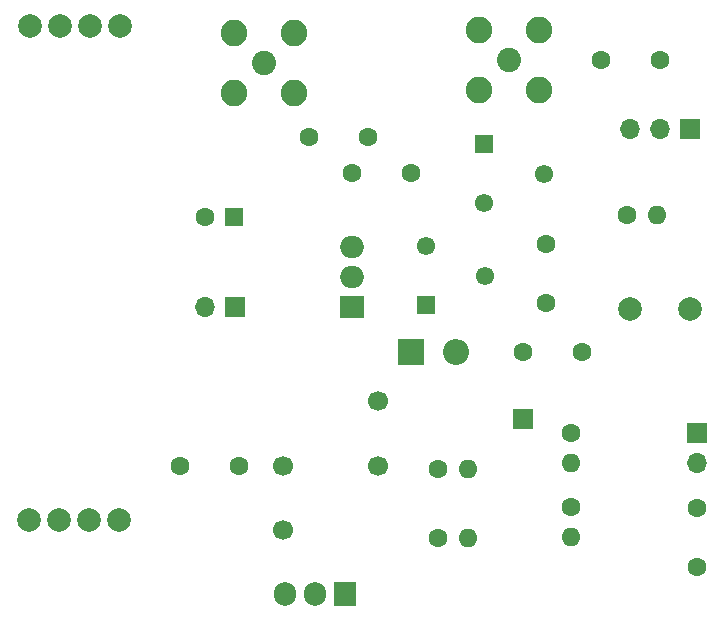
<source format=gbr>
%TF.GenerationSoftware,KiCad,Pcbnew,5.99.0+really5.1.10+dfsg1-1*%
%TF.CreationDate,2021-10-04T18:21:49+05:30*%
%TF.ProjectId,HF-PA-v3,48462d50-412d-4763-932e-6b696361645f,rev?*%
%TF.SameCoordinates,Original*%
%TF.FileFunction,Soldermask,Top*%
%TF.FilePolarity,Negative*%
%FSLAX46Y46*%
G04 Gerber Fmt 4.6, Leading zero omitted, Abs format (unit mm)*
G04 Created by KiCad (PCBNEW 5.99.0+really5.1.10+dfsg1-1) date 2021-10-04 18:21:49*
%MOMM*%
%LPD*%
G01*
G04 APERTURE LIST*
%ADD10C,1.600000*%
%ADD11R,1.600000X1.600000*%
%ADD12R,1.700000X1.700000*%
%ADD13C,1.550000*%
%ADD14R,1.550000X1.550000*%
%ADD15O,2.200000X2.200000*%
%ADD16R,2.200000X2.200000*%
%ADD17C,2.000000*%
%ADD18C,1.700000*%
%ADD19O,1.700000X1.700000*%
%ADD20O,2.000000X1.905000*%
%ADD21R,2.000000X1.905000*%
%ADD22O,1.600000X1.600000*%
%ADD23C,2.250000*%
%ADD24C,2.050000*%
%ADD25O,1.905000X2.000000*%
%ADD26R,1.905000X2.000000*%
G04 APERTURE END LIST*
D10*
%TO.C,C6*%
X103298000Y-74422000D03*
X98298000Y-74422000D03*
%TD*%
%TO.C,C5*%
X89460000Y-81220000D03*
D11*
X91960000Y-81220000D03*
%TD*%
D12*
%TO.C,TP1*%
X116360000Y-98310000D03*
%TD*%
D13*
%TO.C,RV1*%
X113130000Y-80070000D03*
D14*
X113130000Y-75070000D03*
D13*
X118130000Y-77570000D03*
%TD*%
D15*
%TO.C,D1*%
X110710000Y-92660000D03*
D16*
X106900000Y-92660000D03*
%TD*%
D13*
%TO.C,RV2*%
X113210000Y-86210000D03*
D14*
X108210000Y-88710000D03*
D13*
X108210000Y-83710000D03*
%TD*%
D17*
%TO.C,L1*%
X125460000Y-89020000D03*
X130540000Y-89020000D03*
%TD*%
D18*
%TO.C,L2*%
X104100000Y-102310000D03*
X96100000Y-102310000D03*
X104100000Y-96810000D03*
X96100000Y-107770000D03*
%TD*%
D19*
%TO.C,Q1*%
X125470000Y-73740000D03*
X128010000Y-73740000D03*
D12*
X130550000Y-73740000D03*
%TD*%
D10*
%TO.C,C4*%
X101934000Y-77470000D03*
X106934000Y-77470000D03*
%TD*%
D20*
%TO.C,U1*%
X101930000Y-83800000D03*
X101930000Y-86340000D03*
D21*
X101930000Y-88880000D03*
%TD*%
D22*
%TO.C,R1*%
X127730000Y-81100000D03*
D10*
X125190000Y-81100000D03*
%TD*%
%TO.C,C1*%
X123020000Y-67960000D03*
X128020000Y-67960000D03*
%TD*%
D17*
%TO.C,U2*%
X74670000Y-65070000D03*
X77210000Y-65070000D03*
X79750000Y-65070000D03*
X82290000Y-65070000D03*
X74570000Y-106850000D03*
X77110000Y-106850000D03*
X79650000Y-106850000D03*
X82190000Y-106850000D03*
%TD*%
D10*
%TO.C,C3*%
X118310000Y-88510000D03*
X118310000Y-83510000D03*
%TD*%
%TO.C,C7*%
X92380000Y-102320000D03*
X87380000Y-102320000D03*
%TD*%
D22*
%TO.C,R5*%
X120420000Y-102060000D03*
D10*
X120420000Y-99520000D03*
%TD*%
D22*
%TO.C,R4*%
X120480000Y-108360000D03*
D10*
X120480000Y-105820000D03*
%TD*%
D19*
%TO.C,PWM1*%
X131110000Y-102060000D03*
D12*
X131110000Y-99520000D03*
%TD*%
D10*
%TO.C,C8*%
X131130000Y-110830000D03*
X131130000Y-105830000D03*
%TD*%
D23*
%TO.C,RF_OUT1*%
X91890000Y-70770000D03*
X91890000Y-65690000D03*
X96970000Y-65690000D03*
X96970000Y-70770000D03*
D24*
X94430000Y-68230000D03*
%TD*%
D22*
%TO.C,R3*%
X111700000Y-108370000D03*
D10*
X109160000Y-108370000D03*
%TD*%
%TO.C,C2*%
X121360000Y-92680000D03*
X116360000Y-92680000D03*
%TD*%
D19*
%TO.C,PA1*%
X89470000Y-88890000D03*
D12*
X92010000Y-88890000D03*
%TD*%
D23*
%TO.C,RF_IN1*%
X112700000Y-70480000D03*
X112700000Y-65400000D03*
X117780000Y-65400000D03*
X117780000Y-70480000D03*
D24*
X115240000Y-67940000D03*
%TD*%
D22*
%TO.C,R2*%
X111720000Y-102600000D03*
D10*
X109180000Y-102600000D03*
%TD*%
D25*
%TO.C,Q2*%
X96210000Y-113180000D03*
X98750000Y-113180000D03*
D26*
X101290000Y-113180000D03*
%TD*%
M02*

</source>
